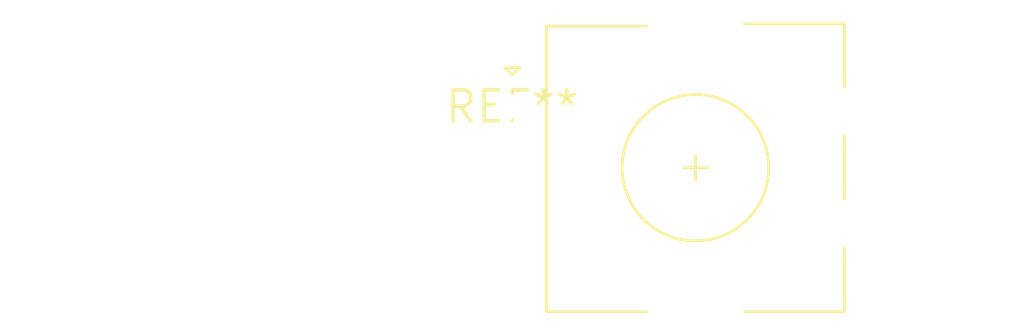
<source format=kicad_pcb>
(kicad_pcb (version 20240108) (generator pcbnew)
  (layers (0 "F.Cu" signal) (31 "B.Cu" signal) (34 "B.Paste" user) (35 "F.Paste" user) (36 "B.SilkS" user "B.Silkscreen") (37 "F.SilkS" user "F.Silkscreen") (38 "B.Mask" user) (39 "F.Mask" user) (44 "Edge.Cuts" user))
  (net 0 "")
  (footprint "RotaryEncoder_Alps_EC11E_Vertical_H20mm" (layer "F.Cu") (at 0 0)
    (property "Reference" "REF**")
    (property "Value" "RotaryEncoder_Alps_EC11E_Vertical_H20mm")
    (fp_line (start -0.3 -1.6) (end 0.3 -1.6) (layer "F.SilkS") (stroke (width 0.12)))
    (fp_line (start 0 -1.3) (end -0.3 -1.6) (layer "F.SilkS") (stroke (width 0.12)))
    (fp_line (start 0.3 -1.6) (end 0 -1.3) (layer "F.SilkS") (stroke (width 0.12)))
    (fp_line (start 1.4 -3.3) (end 1.4 8.4) (layer "F.SilkS") (stroke (width 0.12)))
    (fp_line (start 5.5 -3.3) (end 1.4 -3.3) (layer "F.SilkS") (stroke (width 0.12)))
    (fp_line (start 5.5 8.4) (end 1.4 8.4) (layer "F.SilkS") (stroke (width 0.12)))
    (fp_line (start 7 2.5) (end 8 2.5) (layer "F.SilkS") (stroke (width 0.12)))
    (fp_line (start 7.5 2) (end 7.5 3) (layer "F.SilkS") (stroke (width 0.12)))
    (fp_line (start 9.5 -3.4) (end 13.6 -3.4) (layer "F.SilkS") (stroke (width 0.12)))
    (fp_line (start 13.6 -3.4) (end 13.6 -0.8) (layer "F.SilkS") (stroke (width 0.12)))
    (fp_line (start 13.6 1.2) (end 13.6 3.8) (layer "F.SilkS") (stroke (width 0.12)))
    (fp_line (start 13.6 5.8) (end 13.6 8.4) (layer "F.SilkS") (stroke (width 0.12)))
    (fp_line (start 13.6 8.4) (end 9.5 8.4) (layer "F.SilkS") (stroke (width 0.12)))
    (fp_circle (center 7.5 2.5) (end 10.5 2.5) (layer "F.SilkS") (stroke (width 0.12)) (fill none))
    (pad "" thru_hole circle (at 14.5 0) (size 1.5 1.5) (drill 1) (layers *.Cu *.Mask) (remove_unused_layers))
    (pad "" thru_hole circle (at 14.5 5) (size 1.5 1.5) (drill 1) (layers *.Cu *.Mask) (remove_unused_layers))
    (pad "A" thru_hole rect (at 0 0) (size 2 2) (drill 1) (layers *.Cu *.Mask) (remove_unused_layers))
    (pad "B" thru_hole circle (at 0 5) (size 2 2) (drill 1) (layers *.Cu *.Mask) (remove_unused_layers))
    (pad "C" thru_hole circle (at 0 2.5) (size 2 2) (drill 1) (layers *.Cu *.Mask) (remove_unused_layers))
    (pad "MP" thru_hole rect (at 7.5 -3.1) (size 3.2 2) (drill oval 2.8 1.5) (layers *.Cu *.Mask) (remove_unused_layers))
    (pad "MP" thru_hole rect (at 7.5 8.1) (size 3.2 2) (drill oval 2.8 1.5) (layers *.Cu *.Mask) (remove_unused_layers))
  )
)
</source>
